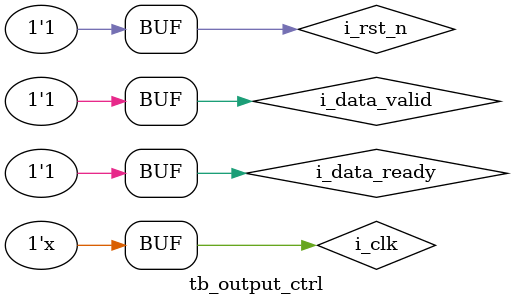
<source format=v>
`timescale 1ns / 1ps


module tb_output_ctrl;

	// Inputs
	reg i_clk;
	reg i_rst_n;
	reg [31:0] i_data;
	reg i_data_valid;
	reg i_data_ready;

	// Outputs
	wire o_data_ready;
	wire [31:0] o_data;
	wire o_data_valid;
	wire [9:0] index;
	wire fifo_rd_en,fifo_wr_en;
	wire [31:0] accOut;

	// Instantiate the Unit Under Test (UUT)
	output_ctrl uut (
		.i_clk(i_clk), 
		.i_rst_n(i_rst_n), 
		.i_data(i_data), 
		.i_data_valid(i_data_valid), 
		.o_data_ready(o_data_ready), 
		.o_data(o_data), 
		.o_data_valid(o_data_valid), 
		.i_data_ready(i_data_ready)//,
		//.index(index),
		//.fifo_rd_en(fifo_rd_en),
		//.fifo_wr_en(fifo_wr_en),
		//.accOut(accOut)
	);

	initial begin
		// Initialize Inputs
		i_clk = 0;
		i_rst_n = 0;
		i_data = 0;
		i_data_valid = 0;
		i_data_ready = 0;

		// Wait 100 ns for global reset to finish
		#8;
      i_rst_n = 1;
		i_data_valid = 1;
		i_data_ready = 1;
		// Add stimulus here

	end
	
	always #1 i_clk = ~ i_clk;
	always@(posedge i_clk) begin
		i_data<=i_data+1;
		$display("%d \t %d",$time, o_data);
	end

      
endmodule


</source>
